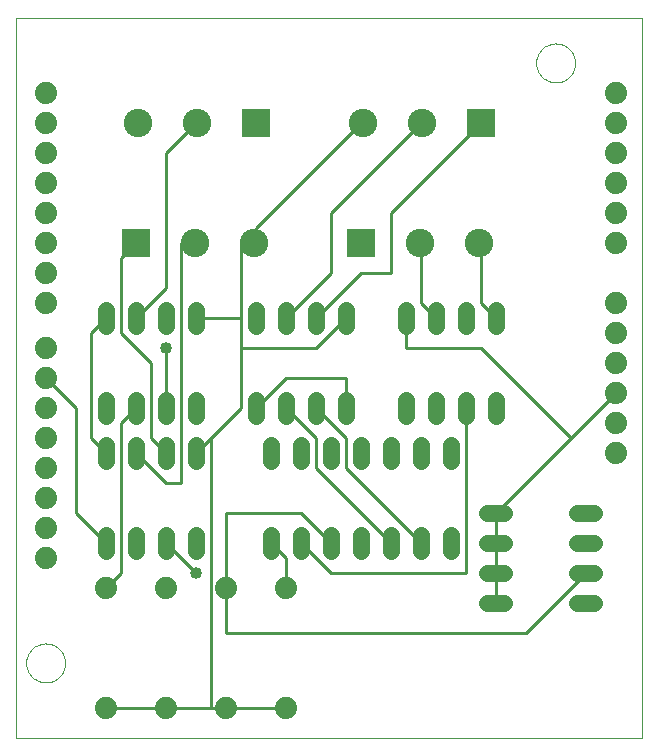
<source format=gtl>
G75*
G70*
%OFA0B0*%
%FSLAX24Y24*%
%IPPOS*%
%LPD*%
%AMOC8*
5,1,8,0,0,1.08239X$1,22.5*
%
%ADD10C,0.0000*%
%ADD11C,0.0740*%
%ADD12C,0.0560*%
%ADD13R,0.0950X0.0950*%
%ADD14C,0.0950*%
%ADD15C,0.0100*%
%ADD16C,0.0400*%
D10*
X000500Y006252D02*
X000500Y030248D01*
X021370Y030248D01*
X021370Y006252D01*
X000500Y006252D01*
X000850Y008752D02*
X000852Y008802D01*
X000858Y008852D01*
X000868Y008902D01*
X000881Y008950D01*
X000898Y008998D01*
X000919Y009044D01*
X000943Y009088D01*
X000971Y009130D01*
X001002Y009170D01*
X001036Y009207D01*
X001073Y009242D01*
X001112Y009273D01*
X001153Y009302D01*
X001197Y009327D01*
X001243Y009349D01*
X001290Y009367D01*
X001338Y009381D01*
X001387Y009392D01*
X001437Y009399D01*
X001487Y009402D01*
X001538Y009401D01*
X001588Y009396D01*
X001638Y009387D01*
X001686Y009375D01*
X001734Y009358D01*
X001780Y009338D01*
X001825Y009315D01*
X001868Y009288D01*
X001908Y009258D01*
X001946Y009225D01*
X001981Y009189D01*
X002014Y009150D01*
X002043Y009109D01*
X002069Y009066D01*
X002092Y009021D01*
X002111Y008974D01*
X002126Y008926D01*
X002138Y008877D01*
X002146Y008827D01*
X002150Y008777D01*
X002150Y008727D01*
X002146Y008677D01*
X002138Y008627D01*
X002126Y008578D01*
X002111Y008530D01*
X002092Y008483D01*
X002069Y008438D01*
X002043Y008395D01*
X002014Y008354D01*
X001981Y008315D01*
X001946Y008279D01*
X001908Y008246D01*
X001868Y008216D01*
X001825Y008189D01*
X001780Y008166D01*
X001734Y008146D01*
X001686Y008129D01*
X001638Y008117D01*
X001588Y008108D01*
X001538Y008103D01*
X001487Y008102D01*
X001437Y008105D01*
X001387Y008112D01*
X001338Y008123D01*
X001290Y008137D01*
X001243Y008155D01*
X001197Y008177D01*
X001153Y008202D01*
X001112Y008231D01*
X001073Y008262D01*
X001036Y008297D01*
X001002Y008334D01*
X000971Y008374D01*
X000943Y008416D01*
X000919Y008460D01*
X000898Y008506D01*
X000881Y008554D01*
X000868Y008602D01*
X000858Y008652D01*
X000852Y008702D01*
X000850Y008752D01*
X017850Y028752D02*
X017852Y028802D01*
X017858Y028852D01*
X017868Y028902D01*
X017881Y028950D01*
X017898Y028998D01*
X017919Y029044D01*
X017943Y029088D01*
X017971Y029130D01*
X018002Y029170D01*
X018036Y029207D01*
X018073Y029242D01*
X018112Y029273D01*
X018153Y029302D01*
X018197Y029327D01*
X018243Y029349D01*
X018290Y029367D01*
X018338Y029381D01*
X018387Y029392D01*
X018437Y029399D01*
X018487Y029402D01*
X018538Y029401D01*
X018588Y029396D01*
X018638Y029387D01*
X018686Y029375D01*
X018734Y029358D01*
X018780Y029338D01*
X018825Y029315D01*
X018868Y029288D01*
X018908Y029258D01*
X018946Y029225D01*
X018981Y029189D01*
X019014Y029150D01*
X019043Y029109D01*
X019069Y029066D01*
X019092Y029021D01*
X019111Y028974D01*
X019126Y028926D01*
X019138Y028877D01*
X019146Y028827D01*
X019150Y028777D01*
X019150Y028727D01*
X019146Y028677D01*
X019138Y028627D01*
X019126Y028578D01*
X019111Y028530D01*
X019092Y028483D01*
X019069Y028438D01*
X019043Y028395D01*
X019014Y028354D01*
X018981Y028315D01*
X018946Y028279D01*
X018908Y028246D01*
X018868Y028216D01*
X018825Y028189D01*
X018780Y028166D01*
X018734Y028146D01*
X018686Y028129D01*
X018638Y028117D01*
X018588Y028108D01*
X018538Y028103D01*
X018487Y028102D01*
X018437Y028105D01*
X018387Y028112D01*
X018338Y028123D01*
X018290Y028137D01*
X018243Y028155D01*
X018197Y028177D01*
X018153Y028202D01*
X018112Y028231D01*
X018073Y028262D01*
X018036Y028297D01*
X018002Y028334D01*
X017971Y028374D01*
X017943Y028416D01*
X017919Y028460D01*
X017898Y028506D01*
X017881Y028554D01*
X017868Y028602D01*
X017858Y028652D01*
X017852Y028702D01*
X017850Y028752D01*
D11*
X020500Y027752D03*
X020500Y026752D03*
X020500Y025752D03*
X020500Y024752D03*
X020500Y023752D03*
X020500Y022752D03*
X020500Y020752D03*
X020500Y019752D03*
X020500Y018752D03*
X020500Y017752D03*
X020500Y016752D03*
X020500Y015752D03*
X009500Y011252D03*
X007500Y011252D03*
X005500Y011252D03*
X003500Y011252D03*
X001500Y012252D03*
X001500Y013252D03*
X001500Y014252D03*
X001500Y015252D03*
X001500Y016252D03*
X001500Y017252D03*
X001500Y018252D03*
X001500Y019252D03*
X001500Y020752D03*
X001500Y021752D03*
X001500Y022752D03*
X001500Y023752D03*
X001500Y024752D03*
X001500Y025752D03*
X001500Y026752D03*
X001500Y027752D03*
X003500Y007252D03*
X005500Y007252D03*
X007500Y007252D03*
X009500Y007252D03*
D12*
X009000Y012472D02*
X009000Y013032D01*
X010000Y013032D02*
X010000Y012472D01*
X011000Y012472D02*
X011000Y013032D01*
X012000Y013032D02*
X012000Y012472D01*
X013000Y012472D02*
X013000Y013032D01*
X014000Y013032D02*
X014000Y012472D01*
X015000Y012472D02*
X015000Y013032D01*
X016220Y012752D02*
X016780Y012752D01*
X016780Y013752D02*
X016220Y013752D01*
X015000Y015472D02*
X015000Y016032D01*
X014500Y016972D02*
X014500Y017532D01*
X013500Y017532D02*
X013500Y016972D01*
X013000Y016032D02*
X013000Y015472D01*
X014000Y015472D02*
X014000Y016032D01*
X015500Y016972D02*
X015500Y017532D01*
X016500Y017532D02*
X016500Y016972D01*
X016500Y019972D02*
X016500Y020532D01*
X015500Y020532D02*
X015500Y019972D01*
X014500Y019972D02*
X014500Y020532D01*
X013500Y020532D02*
X013500Y019972D01*
X011500Y019972D02*
X011500Y020532D01*
X010500Y020532D02*
X010500Y019972D01*
X009500Y019972D02*
X009500Y020532D01*
X008500Y020532D02*
X008500Y019972D01*
X008500Y017532D02*
X008500Y016972D01*
X009000Y016032D02*
X009000Y015472D01*
X010000Y015472D02*
X010000Y016032D01*
X009500Y016972D02*
X009500Y017532D01*
X010500Y017532D02*
X010500Y016972D01*
X011000Y016032D02*
X011000Y015472D01*
X012000Y015472D02*
X012000Y016032D01*
X011500Y016972D02*
X011500Y017532D01*
X016220Y011752D02*
X016780Y011752D01*
X016780Y010752D02*
X016220Y010752D01*
X019220Y010752D02*
X019780Y010752D01*
X019780Y011752D02*
X019220Y011752D01*
X019220Y012752D02*
X019780Y012752D01*
X019780Y013752D02*
X019220Y013752D01*
X006500Y013032D02*
X006500Y012472D01*
X005500Y012472D02*
X005500Y013032D01*
X004500Y013032D02*
X004500Y012472D01*
X003500Y012472D02*
X003500Y013032D01*
X003500Y015472D02*
X003500Y016032D01*
X003500Y016972D02*
X003500Y017532D01*
X004500Y017532D02*
X004500Y016972D01*
X004500Y016032D02*
X004500Y015472D01*
X005500Y015472D02*
X005500Y016032D01*
X005500Y016972D02*
X005500Y017532D01*
X006500Y017532D02*
X006500Y016972D01*
X006500Y016032D02*
X006500Y015472D01*
X006500Y019972D02*
X006500Y020532D01*
X005500Y020532D02*
X005500Y019972D01*
X004500Y019972D02*
X004500Y020532D01*
X003500Y020532D02*
X003500Y019972D01*
D13*
X004500Y022752D03*
X008500Y026752D03*
X012000Y022752D03*
X016000Y026752D03*
D14*
X014031Y026752D03*
X012063Y026752D03*
X013969Y022752D03*
X015937Y022752D03*
X008437Y022752D03*
X006469Y022752D03*
X006531Y026752D03*
X004563Y026752D03*
D15*
X005500Y025752D02*
X006500Y026752D01*
X006531Y026752D01*
X005500Y025752D02*
X005500Y021252D01*
X004500Y020252D01*
X004000Y019752D02*
X004000Y022252D01*
X004500Y022752D01*
X006000Y022752D02*
X006469Y022752D01*
X006000Y022752D02*
X006000Y014752D01*
X005500Y014752D01*
X004500Y015752D01*
X005000Y016252D02*
X005000Y018752D01*
X004000Y019752D01*
X003500Y020252D02*
X003000Y019752D01*
X003000Y016252D01*
X003500Y015752D01*
X004000Y016752D02*
X004000Y011752D01*
X003500Y011252D01*
X003500Y012752D02*
X002500Y013752D01*
X002500Y017252D01*
X001500Y018252D01*
X004000Y016752D02*
X004500Y017252D01*
X005000Y016252D02*
X005500Y015752D01*
X006500Y015752D02*
X007000Y016252D01*
X007000Y007252D01*
X007500Y007252D01*
X009500Y007252D01*
X007500Y009752D02*
X007500Y011252D01*
X007500Y013752D01*
X010000Y013752D01*
X011000Y012752D01*
X011000Y011752D02*
X015500Y011752D01*
X015500Y017252D01*
X016000Y019252D02*
X013500Y019252D01*
X013500Y020252D01*
X014000Y020752D02*
X014000Y022752D01*
X013969Y022752D01*
X013000Y023752D02*
X013000Y021752D01*
X012000Y021752D01*
X010500Y020252D01*
X010500Y019252D02*
X008000Y019252D01*
X008000Y017252D01*
X007000Y016252D01*
X005500Y017252D02*
X005500Y019252D01*
X006500Y020252D02*
X008000Y020252D01*
X008000Y019252D01*
X008000Y020252D02*
X008000Y022752D01*
X008437Y022752D01*
X008500Y022752D01*
X008500Y023252D01*
X012000Y026752D01*
X012063Y026752D01*
X014000Y026752D02*
X014031Y026752D01*
X014000Y026752D02*
X011000Y023752D01*
X011000Y021752D01*
X009500Y020252D01*
X010500Y019252D02*
X011500Y020252D01*
X011500Y018252D02*
X011500Y017252D01*
X010500Y017252D02*
X011500Y016252D01*
X011500Y015252D01*
X014000Y012752D01*
X013000Y012752D02*
X010500Y015252D01*
X010500Y016252D01*
X009500Y017252D01*
X009500Y018252D02*
X008500Y017252D01*
X009500Y018252D02*
X011500Y018252D01*
X014000Y020752D02*
X014500Y020252D01*
X016000Y020752D02*
X016000Y022752D01*
X015937Y022752D01*
X016000Y020752D02*
X016500Y020252D01*
X016000Y019252D02*
X019000Y016252D01*
X020500Y017752D01*
X019000Y016252D02*
X016500Y013752D01*
X016500Y012752D01*
X016500Y011752D01*
X016500Y010752D01*
X017500Y009752D02*
X007500Y009752D01*
X006500Y011752D02*
X005500Y012752D01*
X009000Y012752D02*
X009500Y012252D01*
X009500Y011252D01*
X011000Y011752D02*
X010000Y012752D01*
X007000Y007252D02*
X005500Y007252D01*
X003500Y007252D01*
X013000Y023752D02*
X016000Y026752D01*
X019500Y011752D02*
X017500Y009752D01*
D16*
X006500Y011752D03*
X005500Y019252D03*
M02*

</source>
